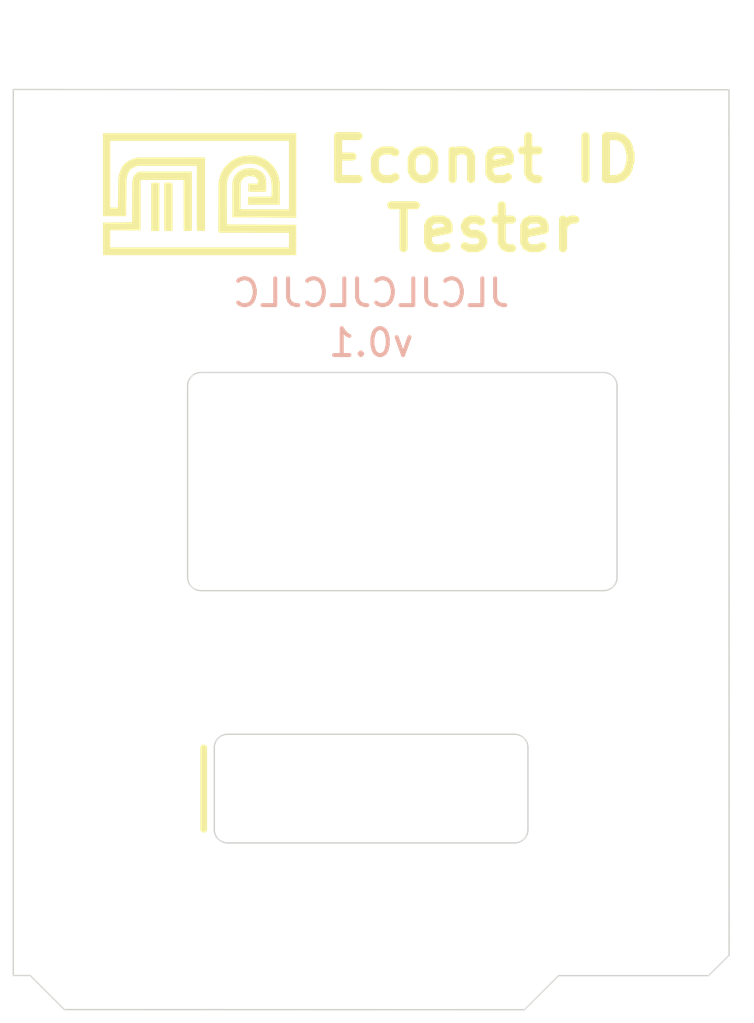
<source format=kicad_pcb>
(kicad_pcb (version 20211014) (generator pcbnew)
  (layers (0 "F.Cu" signal) (31 "B.Cu" signal) (34 "B.Paste" user) (35 "F.Paste" user) (36 "B.SilkS" user "B.Silkscreen") (37 "F.SilkS" user "F.Silkscreen") (38 "B.Mask" user) (39 "F.Mask" user) (44 "Edge.Cuts" user))
  (net 0 "")
  (footprint "EcoIDTester:Arduino_Uno_R3_Shield" (layer "F.Cu") (at 190.83 64.83 -90)
    (fp_text reference "A1" hide)
    (fp_text value "Arduino_Uno_R3_Shield")
    (pad "" np_thru_hole circle (at 66.04 -7.62 270) (size 3.2 3.2) (drill 3.2) (layers F&B.Cu *.Mask))
    (pad "" np_thru_hole circle (at 13.97 -2.54 270) (size 3.2 3.2) (drill 3.2) (layers F&B.Cu *.Mask))
    (pad "" np_thru_hole circle (at 15.24 -50.8 270) (size 3.2 3.2) (drill 3.2) (layers F&B.Cu *.Mask))
    (pad "" np_thru_hole circle (at 66.04 -35.56 270) (size 3.2 3.2) (drill 3.2) (layers F&B.Cu *.Mask))
  )
  (gr_poly (pts (xy 202.657259 71.795322) (xy 202.698341 71.817283) (xy 202.698341 75.327457) (xy 202.672865 75.352882) (xy 202.647337 75.378306) (xy 202.133002 75.378306) (xy 202.107526 75.352882) (xy 202.081998 75.327457) (xy 202.081998 71.817853) (xy 202.119205 71.796302) (xy 202.156412 71.774601) (xy 202.386269 71.773978) (xy 202.616177 71.773359)) (layer "F.SilkS") (width 0) (fill solid))
  (gr_poly (pts (xy 208.563654 69.74628) (xy 208.642522 69.750317) (xy 208.721311 69.756677) (xy 208.799874 69.765416) (xy 208.878063 69.776588) (xy 208.955732 69.790249) (xy 209.032735 69.806452) (xy 209.074033 69.81525) (xy 209.114904 69.82536) (xy 209.155366 69.836705) (xy 209.195437 69.849205) (xy 209.235133 69.862782) (xy 209.274472 69.877357) (xy 209.313472 69.89285) (xy 209.35215 69.909184) (xy 209.42861 69.944057) (xy 209.503991 69.981346) (xy 209.578434 70.020419) (xy 209.652077 70.060648) (xy 209.681611 70.078605) (xy 209.710738 70.097053) (xy 209.739457 70.115995) (xy 209.767764 70.135434) (xy 209.795658 70.155373) (xy 209.823136 70.175814) (xy 209.850196 70.196761) (xy 209.876835 70.218216) (xy 209.903051 70.240182) (xy 209.928843 70.262661) (xy 209.954206 70.285657) (xy 209.97914 70.309172) (xy 210.003642 70.33321) (xy 210.027709 70.357772) (xy 210.05134 70.382861) (xy 210.074531 70.408482) (xy 210.114127 70.446896) (xy 210.152067 70.486762) (xy 210.188413 70.527989) (xy 210.223224 70.570482) (xy 210.256562 70.614151) (xy 210.288488 70.658902) (xy 210.319062 70.704642) (xy 210.348345 70.75128) (xy 210.376398 70.798723) (xy 210.403283 70.846879) (xy 210.429059 70.895654) (xy 210.453787 70.944957) (xy 210.500346 71.044775) (xy 210.543445 71.145594) (xy 210.568989 71.218903) (xy 210.592634 71.293007) (xy 210.61428 71.367802) (xy 210.63383 71.443183) (xy 210.651183 71.519043) (xy 210.66624 71.595278) (xy 210.678902 71.671782) (xy 210.68907 71.74845) (xy 210.68907 73.420185) (xy 208.377168 73.431138) (xy 208.368146 73.426319) (xy 208.360016 73.421082) (xy 208.352737 73.415447) (xy 208.346264 73.409434) (xy 208.340556 73.403063) (xy 208.33557 73.396353) (xy 208.331263 73.389326) (xy 208.327592 73.382001) (xy 208.324514 73.374398) (xy 208.321988 73.366536) (xy 208.319969 73.358437) (xy 208.318416 73.35012) (xy 208.316534 73.332912) (xy 208.316 73.315072) (xy 208.316473 73.29676) (xy 208.31761 73.278138) (xy 208.32051 73.240599) (xy 208.32159 73.222003) (xy 208.321965 73.203736) (xy 208.321296 73.185958) (xy 208.31924 73.16883) (xy 208.320348 73.149305) (xy 208.320849 73.129495) (xy 208.320503 73.089243) (xy 208.317783 73.007788) (xy 208.317327 72.967483) (xy 208.317744 72.947633) (xy 208.31875 72.928059) (xy 208.320467 72.908819) (xy 208.323013 72.889966) (xy 208.326508 72.871559) (xy 208.331073 72.853654) (xy 208.338614 72.846906) (xy 208.346421 72.840886) (xy 208.354479 72.835556) (xy 208.362777 72.83088) (xy 208.371299 72.82682) (xy 208.380033 72.823339) (xy 208.388965 72.820401) (xy 208.398081 72.817967) (xy 208.416812 72.814466) (xy 208.436119 72.81254) (xy 208.455892 72.811893) (xy 208.476025 72.812227) (xy 208.557974 72.817447) (xy 208.578275 72.818239) (xy 208.598284 72.818233) (xy 208.617895 72.817133) (xy 208.636998 72.81464) (xy 210.072671 72.805234) (xy 210.082717 72.264727) (xy 210.08186 72.12973) (xy 210.077171 71.994881) (xy 210.067408 71.860227) (xy 210.060236 71.792988) (xy 210.05133 71.725815) (xy 210.048906 71.694986) (xy 210.045183 71.664361) (xy 210.04027 71.63393) (xy 210.034274 71.603684) (xy 210.027303 71.573613) (xy 210.019465 71.543708) (xy 210.010866 71.51396) (xy 210.001615 71.484358) (xy 209.981586 71.425557) (xy 209.960237 71.367229) (xy 209.917023 71.251685) (xy 209.895536 71.209657) (xy 209.872986 71.168219) (xy 209.849371 71.127413) (xy 209.824688 71.087282) (xy 209.798937 71.047869) (xy 209.772113 71.009217) (xy 209.744216 70.971367) (xy 209.715242 70.934363) (xy 209.68519 70.898247) (xy 209.654057 70.863063) (xy 209.621841 70.828852) (xy 209.588541 70.795657) (xy 209.554152 70.763521) (xy 209.518675 70.732487) (xy 209.482105 70.702596) (xy 209.444441 70.673893) (xy 209.422397 70.657761) (xy 209.399916 70.642091) (xy 209.377029 70.626878) (xy 209.353764 70.612116) (xy 209.306219 70.58392) (xy 209.257518 70.557455) (xy 209.207899 70.532675) (xy 209.157596 70.50953) (xy 209.106847 70.487975) (xy 209.055887 70.46796) (xy 208.925321 70.432949) (xy 208.858737 70.417502) (xy 208.791387 70.403668) (xy 208.723348 70.391628) (xy 208.654697 70.381562) (xy 208.585511 70.373652) (xy 208.515867 70.368078) (xy 208.44584 70.36502) (xy 208.375509 70.364659) (xy 208.304949 70.367177) (xy 208.234237 70.372753) (xy 208.16345 70.381568) (xy 208.092665 70.393803) (xy 208.021958 70.409638) (xy 207.951407 70.429255) (xy 207.902555 70.441492) (xy 207.854358 70.455679) (xy 207.806826 70.47173) (xy 207.759971 70.489558) (xy 207.713801 70.509077) (xy 207.668329 70.530198) (xy 207.623563 70.552837) (xy 207.579514 70.576905) (xy 207.536193 70.602317) (xy 207.49361 70.628985) (xy 207.451775 70.656823) (xy 207.410699 70.685744) (xy 207.370391 70.715661) (xy 207.330864 70.746488) (xy 207.292126 70.778137) (xy 207.254188 70.810523) (xy 207.206699 70.859348) (xy 207.160242 70.908949) (xy 207.115175 70.959598) (xy 207.093275 70.985399) (xy 207.071858 71.011563) (xy 207.050967 71.038123) (xy 207.030648 71.065115) (xy 207.010946 71.09257) (xy 206.991905 71.120523) (xy 206.97357 71.149009) (xy 206.955987 71.178059) (xy 206.939199 71.207709) (xy 206.923252 71.237992) (xy 206.904223 71.276782) (xy 206.886377 71.316125) (xy 206.869682 71.355983) (xy 206.85411 71.396315) (xy 206.83963 71.437081) (xy 206.826214 71.478242) (xy 206.813832 71.519758) (xy 206.802455 71.561589) (xy 206.792051 71.603696) (xy 206.782594 71.646038) (xy 206.766395 71.731269) (xy 206.753622 71.816965) (xy 206.744038 71.902808) (xy 206.754735 74.350257) (xy 206.756906 74.848728) (xy 206.757061 74.883402) (xy 211.914523 74.905466) (xy 211.914523 77.179334) (xy 197.514524 77.179334) (xy 197.514524 74.747028) (xy 199.676356 74.720981) (xy 199.679043 74.289432) (xy 199.686019 73.178284) (xy 199.695683 71.635538) (xy 199.732425 71.50893) (xy 199.769115 71.382273) (xy 199.801774 71.31804) (xy 199.834383 71.253803) (xy 199.908331 71.162751) (xy 199.922351 71.145095) (xy 199.936131 71.127436) (xy 199.950021 71.110074) (xy 199.957117 71.101599) (xy 199.964372 71.093311) (xy 199.971829 71.085248) (xy 199.979533 71.077448) (xy 199.987527 71.069947) (xy 199.995856 71.062785) (xy 200.004563 71.055997) (xy 200.013691 71.049623) (xy 200.023285 71.043699) (xy 200.02827 71.040918) (xy 200.033388 71.038264) (xy 200.084548 71.004825) (xy 200.164027 70.97656) (xy 200.243556 70.94824) (xy 202.180699 70.947312) (xy 204.117842 70.946381) (xy 204.130761 70.979917) (xy 204.143629 71.013456) (xy 204.143629 75.327457) (xy 204.118152 75.352933) (xy 204.092624 75.378358) (xy 203.836516 75.377997) (xy 203.580408 75.377686) (xy 203.553949 75.360941) (xy 203.52749 75.344199) (xy 203.52594 74.813172) (xy 203.524545 74.322504) (xy 203.522064 73.45806) (xy 203.516638 71.571924) (xy 200.371042 71.571924) (xy 200.362609 71.582365) (xy 200.355304 71.592219) (xy 200.349035 71.601581) (xy 200.343713 71.610542) (xy 200.339244 71.619194) (xy 200.335539 71.627629) (xy 200.332505 71.635941) (xy 200.330051 71.644221) (xy 200.328086 71.652561) (xy 200.326518 71.661055) (xy 200.325257 71.669793) (xy 200.324211 71.678869) (xy 200.320348 71.720393) (xy 200.319107 73.502711) (xy 200.31859 74.29491) (xy 200.318281 74.777878) (xy 200.317919 75.285032) (xy 200.292442 75.310508) (xy 200.266966 75.335932) (xy 198.056713 75.321101) (xy 198.056713 76.602314) (xy 211.372282 76.602314) (xy 211.372282 75.520417) (xy 206.150276 75.50879) (xy 206.143034 75.493786) (xy 206.13654 75.478648) (xy 206.125646 75.447992) (xy 206.117302 75.416875) (xy 206.111217 75.38535) (xy 206.107097 75.35347) (xy 206.10465 75.321288) (xy 206.103584 75.288856) (xy 206.103607 75.256227) (xy 206.105749 75.19059) (xy 206.108738 75.124801) (xy 206.110235 75.059282) (xy 206.109693 75.026756) (xy 206.107902 74.994456) (xy 206.108625 74.841593) (xy 206.11095 74.344727) (xy 206.116815 73.037111) (xy 206.127074 71.729951) (xy 206.148565 71.614109) (xy 206.174258 71.49914) (xy 206.188747 71.442065) (xy 206.204366 71.385308) (xy 206.221144 71.328901) (xy 206.239106 71.272877) (xy 206.258279 71.21727) (xy 206.27869 71.162113) (xy 206.300366 71.107438) (xy 206.323334 71.053279) (xy 206.34762 70.999668) (xy 206.373251 70.946639) (xy 206.400254 70.894226) (xy 206.428657 70.84246) (xy 206.463745 70.790108) (xy 206.499632 70.737909) (xy 206.536393 70.686079) (xy 206.574101 70.634836) (xy 206.612829 70.5844) (xy 206.652651 70.534987) (xy 206.693641 70.486817) (xy 206.735873 70.440107) (xy 206.861298 70.330719) (xy 206.924354 70.276496) (xy 206.988396 70.223637) (xy 207.020963 70.197964) (xy 207.05399 70.172928) (xy 207.087547 70.148626) (xy 207.121705 70.125157) (xy 207.156534 70.102619) (xy 207.192106 70.081111) (xy 207.228492 70.060731) (xy 207.265763 70.041578) (xy 207.297089 70.023327) (xy 207.32883 70.005704) (xy 207.393454 69.972321) (xy 207.459437 69.941381) (xy 207.526583 69.912838) (xy 207.594693 69.886645) (xy 207.66357 69.862754) (xy 207.733017 69.84112) (xy 207.802837 69.821694) (xy 207.874439 69.80549) (xy 207.947428 69.791067) (xy 208.021656 69.77848) (xy 208.096978 69.767781) (xy 208.173245 69.759026) (xy 208.250314 69.752267) (xy 208.328035 69.747559) (xy 208.406264 69.744956) (xy 208.484852 69.744511)) (layer "F.SilkS") (width 0) (fill solid))
  (gr_line (start 205.02 113.9) (end 205.02 119.96) (layer "F.SilkS") (width 0.5))
  (gr_poly (pts (xy 211.914523 74.394593) (xy 211.020434 74.388861) (xy 209.995674 74.378107) (xy 208.472152 74.36141) (xy 207.160912 74.353306) (xy 207.1549 73.06313) (xy 207.152441 72.418113) (xy 207.15378 71.773566) (xy 207.18641 71.643044) (xy 207.203398 71.578044) (xy 207.222161 71.513743) (xy 207.232519 71.481978) (xy 207.243694 71.450534) (xy 207.25581 71.41946) (xy 207.268991 71.388807) (xy 207.283361 71.358623) (xy 207.299046 71.328957) (xy 207.316169 71.299858) (xy 207.334855 71.271375) (xy 207.41107 71.17138) (xy 207.449839 71.121639) (xy 207.469753 71.097274) (xy 207.49016 71.073413) (xy 207.511164 71.050183) (xy 207.53287 71.027708) (xy 207.555381 71.006116) (xy 207.578801 70.985531) (xy 207.603237 70.96608) (xy 207.628791 70.947889) (xy 207.655567 70.931082) (xy 207.669447 70.923238) (xy 207.683671 70.915787) (xy 207.721732 70.889392) (xy 207.762461 70.864406) (xy 207.851249 70.818858) (xy 207.948688 70.779534) (xy 208.053429 70.746824) (xy 208.164124 70.721116) (xy 208.279425 70.702803) (xy 208.397983 70.692273) (xy 208.518451 70.689916) (xy 208.63948 70.696123) (xy 208.759723 70.711284) (xy 208.87783 70.735788) (xy 208.935661 70.751666) (xy 208.992453 70.770026) (xy 209.048038 70.790917) (xy 209.102245 70.814387) (xy 209.154908 70.840486) (xy 209.205858 70.869262) (xy 209.254925 70.900764) (xy 209.301942 70.935041) (xy 209.346739 70.972141) (xy 209.389149 71.012113) (xy 209.410852 71.029195) (xy 209.431092 71.047541) (xy 209.44998 71.067041) (xy 209.467623 71.087583) (xy 209.484133 71.109058) (xy 209.499617 71.131355) (xy 209.514186 71.154362) (xy 209.527949 71.177969) (xy 209.541015 71.202066) (xy 209.553493 71.226541) (xy 209.577126 71.276184) (xy 209.622157 71.375141) (xy 209.63106 71.402546) (xy 209.639253 71.430042) (xy 209.646735 71.457629) (xy 209.653508 71.485307) (xy 209.659572 71.513077) (xy 209.664926 71.540936) (xy 209.66957 71.568887) (xy 209.673505 71.596929) (xy 209.676731 71.625061) (xy 209.679248 71.653284) (xy 209.681056 71.681597) (xy 209.682155 71.71) (xy 209.682546 71.738495) (xy 209.682228 71.767079) (xy 209.681201 71.795754) (xy 209.679466 71.824518) (xy 209.678456 71.894782) (xy 209.678682 71.965356) (xy 209.680433 72.10683) (xy 209.680755 72.177429) (xy 209.679905 72.247734) (xy 209.677282 72.317594) (xy 209.672284 72.38686) (xy 209.670019 72.396729) (xy 209.667203 72.405679) (xy 209.66386 72.413752) (xy 209.660015 72.42099) (xy 209.655695 72.427435) (xy 209.650923 72.43313) (xy 209.645725 72.438116) (xy 209.640127 72.442435) (xy 209.634154 72.44613) (xy 209.627831 72.449242) (xy 209.621184 72.451813) (xy 209.614237 72.453886) (xy 209.607015 72.455502) (xy 209.599545 72.456704) (xy 209.583959 72.458033) (xy 209.567681 72.458208) (xy 209.550912 72.457566) (xy 209.516711 72.455176) (xy 209.499683 72.4541) (xy 209.482972 72.453553) (xy 209.466782 72.45387) (xy 209.451314 72.455387) (xy 208.391484 72.455387) (xy 208.383161 72.4494) (xy 208.375687 72.443062) (xy 208.369023 72.436389) (xy 208.363125 72.4294) (xy 208.357952 72.42211) (xy 208.353463 72.414538) (xy 208.349616 72.4067) (xy 208.34637 72.398614) (xy 208.343683 72.390296) (xy 208.341513 72.381765) (xy 208.339818 72.373037) (xy 208.338558 72.36413) (xy 208.337174 72.345846) (xy 208.337027 72.32705) (xy 208.337785 72.30788) (xy 208.339115 72.288474) (xy 208.342161 72.249503) (xy 208.343211 72.230214) (xy 208.343503 72.211239) (xy 208.342703 72.192715) (xy 208.340478 72.174781) (xy 208.341858 72.153838) (xy 208.342393 72.132738) (xy 208.342269 72.111517) (xy 208.341675 72.090209) (xy 208.33836 72.004803) (xy 208.338236 71.983581) (xy 208.33877 71.962481) (xy 208.34015 71.941538) (xy 208.342564 71.920786) (xy 208.346199 71.900259) (xy 208.351245 71.879993) (xy 208.357887 71.860022) (xy 208.361867 71.850158) (xy 208.366316 71.840382) (xy 209.041884 71.840382) (xy 209.040288 71.817674) (xy 209.039853 71.794612) (xy 209.04027 71.771289) (xy 209.04123 71.747801) (xy 209.043541 71.700705) (xy 209.044274 71.677288) (xy 209.044313 71.654084) (xy 209.04335 71.631187) (xy 209.041074 71.608693) (xy 209.037177 71.586696) (xy 209.034524 71.575914) (xy 209.03135 71.565291) (xy 209.027616 71.55484) (xy 209.023284 71.544573) (xy 209.018314 71.534501) (xy 209.012669 71.524636) (xy 209.006309 71.51499) (xy 208.999197 71.505575) (xy 208.991292 71.496403) (xy 208.982558 71.487485) (xy 208.972251 71.471401) (xy 208.960056 71.455887) (xy 208.946075 71.440957) (xy 208.930411 71.426626) (xy 208.913167 71.412909) (xy 208.894445 71.399819) (xy 208.85298 71.375579) (xy 208.806837 71.354021) (xy 208.756839 71.335262) (xy 208.703806 71.319414) (xy 208.64856 71.306593) (xy 208.591924 71.296914) (xy 208.534719 71.290491) (xy 208.477766 71.28744) (xy 208.421887 71.287875) (xy 208.367905 71.29191) (xy 208.31664 71.299662) (xy 208.268915 71.311244) (xy 208.246636 71.318507) (xy 208.225551 71.326771) (xy 208.211832 71.330084) (xy 208.198352 71.333856) (xy 208.185105 71.338071) (xy 208.172082 71.342712) (xy 208.159279 71.347762) (xy 208.146687 71.353204) (xy 208.122116 71.365198) (xy 208.098315 71.37856) (xy 208.075232 71.393155) (xy 208.052814 71.40885) (xy 208.031009 71.425511) (xy 208.009765 71.443002) (xy 207.989029 71.461191) (xy 207.968749 71.479943) (xy 207.948871 71.499124) (xy 207.910116 71.538236) (xy 207.872342 71.577454) (xy 207.853016 71.619324) (xy 207.83312 71.661072) (xy 207.813986 71.702988) (xy 207.80512 71.7241) (xy 207.796944 71.745362) (xy 207.789624 71.766811) (xy 207.783326 71.788484) (xy 207.778217 71.810416) (xy 207.774463 71.832644) (xy 207.77223 71.855203) (xy 207.771686 71.878131) (xy 207.772098 71.889744) (xy 207.772995 71.901463) (xy 207.774398 71.913292) (xy 207.776326 71.925236) (xy 207.764287 73.749155) (xy 211.372282 73.759751) (xy 211.372282 68.660783) (xy 198.056713 68.660783) (xy 198.056713 73.630506) (xy 198.628255 73.628904) (xy 198.640347 72.558015) (xy 198.652491 71.487122) (xy 198.687475 71.306876) (xy 198.72246 71.126627) (xy 198.767522 70.988807) (xy 198.812481 70.850934) (xy 198.876611 70.72009) (xy 198.893623 70.685526) (xy 198.910831 70.651573) (xy 198.928631 70.61832) (xy 198.937876 70.601983) (xy 198.947417 70.585854) (xy 198.957303 70.569944) (xy 198.967584 70.554265) (xy 198.978309 70.538826) (xy 198.989527 70.523639) (xy 199.001289 70.508716) (xy 199.013642 70.494067) (xy 199.026637 70.479703) (xy 199.040322 70.465635) (xy 199.065986 70.435054) (xy 199.093419 70.404574) (xy 199.122518 70.374318) (xy 199.15318 70.34441) (xy 199.1853 70.314972) (xy 199.218776 70.286127) (xy 199.253503 70.257999) (xy 199.289377 70.230711) (xy 199.326296 70.204385) (xy 199.364155 70.179145) (xy 199.402851 70.155114) (xy 199.442279 70.132414) (xy 199.482337 70.111169) (xy 199.52292 70.091501) (xy 199.563926 70.073535) (xy 199.605249 70.057392) (xy 199.766014 69.990624) (xy 199.930397 69.94453) (xy 200.09478 69.898435) (xy 202.578453 69.891613) (xy 205.062176 69.884792) (xy 205.091736 69.909237) (xy 205.121295 69.933729) (xy 205.121295 75.327457) (xy 205.095819 75.352933) (xy 205.070342 75.378358) (xy 204.555955 75.378358) (xy 204.530478 75.352933) (xy 204.50495 75.327457) (xy 204.50495 70.522272) (xy 200.197203 70.522272) (xy 200.03282 70.564233) (xy 199.868437 70.606194) (xy 199.761829 70.664072) (xy 199.65522 70.721949) (xy 199.572331 70.80463) (xy 199.489442 70.887366) (xy 199.425467 71.017643) (xy 199.361491 71.147816) (xy 199.315603 71.338709) (xy 199.269766 71.529548) (xy 199.257157 72.885386) (xy 199.245064 74.276618) (xy 198.379796 74.275891) (xy 197.514524 74.270829) (xy 197.514524 68.083765) (xy 211.914523 68.083765)) (layer "F.SilkS") (width 0) (fill solid))
  (gr_poly (pts (xy 201.687292 71.80669) (xy 201.720676 71.840021) (xy 201.720676 75.327457) (xy 201.695199 75.352882) (xy 201.669671 75.378306) (xy 201.171562 75.378306) (xy 201.13792 75.365488) (xy 201.104331 75.352573) (xy 201.104331 71.817853) (xy 201.141486 71.796302) (xy 201.141486 71.79625) (xy 201.178693 71.774601) (xy 201.416302 71.773978) (xy 201.653909 71.773359)) (layer "F.SilkS") (width 0) (fill solid))
  (gr_line (start 234.82 102.18) (end 204.82 102.18) (layer "Edge.Cuts") (width 0.1))
  (gr_arc (start 234.82 85.92) (mid 235.527107 86.212893) (end 235.82 86.92) (layer "Edge.Cuts") (width 0.1))
  (gr_arc (start 235.82 101.18) (mid 235.527107 101.887107) (end 234.82 102.18) (layer "Edge.Cuts") (width 0.1))
  (gr_line (start 205.808554 119.98) (end 205.808554 113.88) (layer "Edge.Cuts") (width 0.1))
  (gr_line (start 192.09 130.86) (end 194.63 133.4) (layer "Edge.Cuts") (width 0.1))
  (gr_line (start 190.83 130.86) (end 192.09 130.86) (layer "Edge.Cuts") (width 0.1))
  (gr_arc (start 228.181447 112.88) (mid 228.888557 113.17289) (end 229.181447 113.88) (layer "Edge.Cuts") (width 0.1))
  (gr_line (start 231.47 130.87) (end 242.64 130.87) (layer "Edge.Cuts") (width 0.1))
  (gr_arc (start 204.82 102.18) (mid 204.112893 101.887107) (end 203.82 101.18) (layer "Edge.Cuts") (width 0.1))
  (gr_arc (start 206.808554 120.98) (mid 206.101447 120.687107) (end 205.808554 119.98) (layer "Edge.Cuts") (width 0.1))
  (gr_line (start 206.808554 112.88) (end 228.181447 112.88) (layer "Edge.Cuts") (width 0.1))
  (gr_line (start 203.82 101.18) (end 203.82 86.92) (layer "Edge.Cuts") (width 0.1))
  (gr_line (start 235.82 86.92) (end 235.82 101.18) (layer "Edge.Cuts") (width 0.1))
  (gr_line (start 194.63 133.4) (end 228.92 133.41) (layer "Edge.Cuts") (width 0.1))
  (gr_line (start 228.181447 120.98) (end 206.808554 120.98) (layer "Edge.Cuts") (width 0.1))
  (gr_line (start 242.64 130.87) (end 244.17 129.35) (layer "Edge.Cuts") (width 0.1))
  (gr_line (start 244.17 129.35) (end 244.16 64.85) (layer "Edge.Cuts") (width 0.1))
  (gr_line (start 190.83 64.83) (end 190.83 130.86) (layer "Edge.Cuts") (width 0.1))
  (gr_arc (start 205.808554 113.88) (mid 206.101447 113.172893) (end 206.808554 112.88) (layer "Edge.Cuts") (width 0.1))
  (gr_arc (start 229.181447 119.98) (mid 228.888552 120.687105) (end 228.181447 120.98) (layer "Edge.Cuts") (width 0.1))
  (gr_line (start 228.92 133.41) (end 231.47 130.87) (layer "Edge.Cuts") (width 0.1))
  (gr_arc (start 203.82 86.92) (mid 204.112893 86.212893) (end 204.82 85.92) (layer "Edge.Cuts") (width 0.1))
  (gr_line (start 244.16 64.85) (end 190.83 64.83) (layer "Edge.Cuts") (width 0.1))
  (gr_line (start 229.181447 113.88) (end 229.181447 119.98) (layer "Edge.Cuts") (width 0.1))
  (gr_line (start 204.82 85.92) (end 234.82 85.92) (layer "Edge.Cuts") (width 0.1))
  (gr_text "v0.1" (at 217.495 83.71) (layer "B.SilkS") (effects (font (size 2 2) (thickness 0.3)) (justify mirror)))
  (gr_text "JLCJLCJLCJLC" (at 217.495 79.99) (layer "B.SilkS") (effects (font (size 2 2) (thickness 0.3)) (justify mirror)))
  (gr_text "Econet ID\nTester" (at 225.854523 72.631549) (layer "F.SilkS") (effects (font (size 3.2 3.2) (thickness 0.6))))
)
</source>
